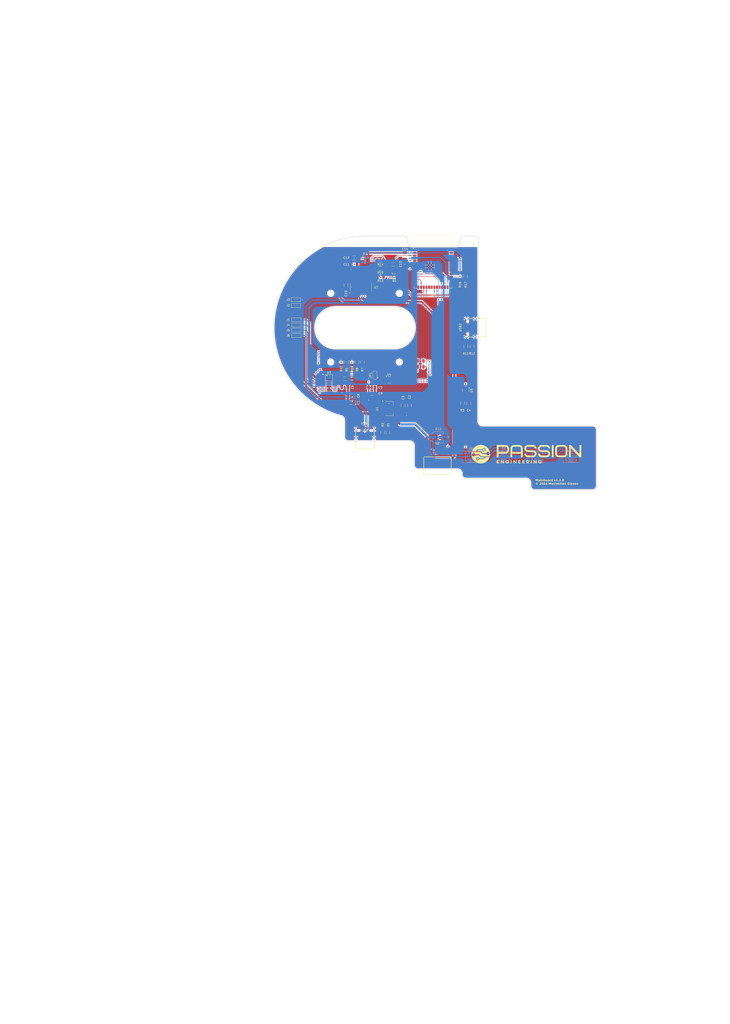
<source format=kicad_pcb>
(kicad_pcb (version 20240108) (generator "pcbnew") (generator_version "8.0")
  (title_block (title "Magic iPad Holder") (date "2024-11-07") (rev "1.1.0") (company "Maximilian Giesen"))
  (layers (0 "F.Cu" signal) (31 "B.Cu" signal) (34 "B.Paste" user) (35 "F.Paste" user) (36 "B.SilkS" user "B.Silkscreen") (37 "F.SilkS" user "F.Silkscreen") (38 "B.Mask" user) (39 "F.Mask" user) (44 "Edge.Cuts" user))
  (net 0 "")
  (net 3 "+3.3V")
  (net 4 "GND")
  (net 5 "+5V")
  (net 6 "Net-(U3-VCP)")
  (net 7 "Net-(U3-CONFIG)")
  (net 8 "/MOTOR_STEP")
  (net 9 "/MOTOR_DIR")
  (net 10 "/MOTOR_EN")
  (net 11 "/PR_Sensor_TX")
  (net 12 "/PR_Sensor_RX")
  (net 13 "/PR_Sensor_OUT")
  (net 14 "/IPAD_PRESENT")
  (net 16 "Net-(D2-DIN)")
  (net 17 "Net-(J1-Pin_1)")
  (net 18 "Net-(D3-DIN)")
  (net 19 "Net-(D4-DIN)")
  (net 20 "Net-(J4-Pin_1)")
  (net 21 "Net-(J5-Pin_1)")
  (net 22 "Net-(J6-Pin_1)")
  (net 23 "Net-(U5-Y)")
  (net 24 "Net-(U3-BISEN)")
  (net 25 "/ESP32_RX")
  (net 26 "/ESP32_TX")
  (net 27 "Net-(U3-AISEN)")
  (net 28 "/D-")
  (net 29 "/D+")
  (net 30 "Net-(U3-ADECAY)")
  (net 33 "Net-(USB2-CC2)")
  (net 34 "Net-(USB2-CC1)")
  (net 35 "/ESP_FLASH")
  (net 36 "Net-(Q1-S1)")
  (net 37 "Net-(Q1-G1)")
  (net 38 "Net-(Q1-G2)")
  (net 39 "Net-(Q1-S2)")
  (net 40 "/ESP_EN")
  (net 41 "Net-(USB1-CC1)")
  (net 42 "Net-(USB1-CC2)")
  (net 43 "/MOTOR_FAULT")
  (net 48 "Net-(D1-DIN)")
  (net 49 "/MOTOR_SLEEP")
  (net 50 "/LED_PIN")
  (net 51 "Net-(U3-BDECAY)")
  (net 52 "/VREF")
  (net 53 "/VREFO")
  (net 54 "Net-(JP1-A)")
  (net 55 "/DAC_SDA")
  (net 56 "/DAC_SCL")
  (footprint "Capacitor_SMD:C_1206_3216Metric" (layer "F.Cu") (at 75.925 113.09)
    (property "Reference" "C9")
    (property "Value" "10uF")
  )
  (footprint "Jumper:SolderJumper-3_P1.3mm_Open_RoundedPad1.0x1.5mm" (layer "F.Cu") (at 77.4 104.35 90)
    (property "Reference" "JP1")
    (property "Value" "SolderJumper_3_Open")
  )
  (footprint "Resistor_SMD:R_1206_3216Metric" (layer "F.Cu") (at 80.04 49.25)
    (property "Reference" "R14")
    (property "Value" "100k")
  )
  (footprint "Resistor_SMD:R_1206_3216Metric" (layer "F.Cu") (at 124.085 90.5309 90)
    (property "Reference" "R12")
    (property "Value" "22k")
  )
  (footprint "Resistor_SMD:R_1206_3216Metric" (layer "F.Cu") (at 66.29 98.0625 -90)
    (property "Reference" "R6")
    (property "Value" "10k")
  )
  (footprint "Capacitor_SMD:C_1206_3216Metric" (layer "F.Cu") (at 86.125 51.05 180)
    (property "Reference" "C13")
    (property "Value" "100nF")
  )
  (footprint "Capacitor_SMD:C_1206_3216Metric" (layer "F.Cu") (at 67.394 48.093)
    (property "Reference" "C12")
    (property "Value" "100pF")
  )
  (footprint "easyeda2kicad:USB-C-SMD_GT-USB-7004B" (layer "F.Cu") (at 123.25 81.55 90)
    (property "Reference" "USB2")
    (property "Value" "GT-USB-7004B")
  )
  (footprint "Capacitor_SMD:C_1206_3216Metric" (layer "F.Cu") (at 63.47 61.135 -90)
    (property "Reference" "C10")
    (property "Value" "100nF")
  )
  (footprint "Capacitor_SMD:C_1206_3216Metric" (layer "F.Cu") (at 65.875 114.25 180)
    (property "Reference" "C8")
    (property "Value" "10nF")
  )
  (footprint "Resistor_SMD:R_1206_3216Metric" (layer "F.Cu") (at 83.65 131.8725 -90)
    (property "Reference" "R1")
    (property "Value" "5,1k")
  )
  (footprint "Capacitor_SMD:C_1206_3216Metric" (layer "F.Cu") (at 62.95 106.05)
    (property "Reference" "C7")
    (property "Value" "2,2uF")
  )
  (footprint "Resistor_SMD:R_1206_3216Metric" (layer "F.Cu") (at 99.2675 100.32 180)
    (property "Reference" "R9")
    (property "Value" "4,7k")
  )
  (footprint "Package_TO_SOT_SMD:SOT-23-6" (layer "F.Cu") (at 84.2625 106.6)
    (property "Reference" "U4")
    (property "Value" "MCP4725xxx-xCH")
  )
  (footprint "Resistor_SMD:R_1206_3216Metric" (layer "F.Cu") (at 61.1692 98.06 -90)
    (property "Reference" "R4")
    (property "Value" "0,4Ω")
  )
  (footprint "TestPoint:TestPoint_Pad_1.5x1.5mm" (layer "F.Cu") (at 39.396 68.0966)
    (property "Reference" "J3")
    (property "Value" "Solder Pad")
  )
  (footprint "Capacitor_SMD:C_1206_3216Metric" (layer "F.Cu") (at 75.905 110.29)
    (property "Reference" "C5")
    (property "Value" "100nF")
  )
  (footprint "Resistor_SMD:R_1206_3216Metric" (layer "F.Cu") (at 118.35 56.8625 -90)
    (property "Reference" "R16")
    (property "Value" "10k")
  )
  (footprint "Resistor_SMD:R_1206_3216Metric" (layer "F.Cu") (at 119.59 117.9125 -90)
    (property "Reference" "R3")
    (property "Value" "62Ω")
  )
  (footprint "Capacitor_SMD:C_1206_3216Metric" (layer "F.Cu") (at 94.05 118.925 90)
    (property "Reference" "C2")
    (property "Value" "22uF")
  )
  (footprint "TestPoint:TestPoint_Pad_1.5x1.5mm" (layer "F.Cu") (at 39.65 82.8)
    (property "Reference" "J5")
    (property "Value" "Solder Pad")
  )
  (footprint "Capacitor_SMD:C_1206_3216Metric" (layer "F.Cu") (at 90.95 118.925 -90)
    (property "Reference" "C3")
    (property "Value" "100nF")
  )
  (footprint "Capacitor_SMD:C_1206_3216Metric" (layer "F.Cu") (at 67.419 51.143)
    (property "Reference" "C11")
    (property "Value" "100pF")
  )
  (footprint "Capacitor_SMD:C_1206_3216Metric" (layer "F.Cu") (at 91.86 47.085 -90)
    (property "Reference" "C14")
    (property "Value" "100nF")
  )
  (footprint "easyeda2kicad:HDR-SMD_5P-P2.54-H-F_X6511FRS-19-C85D30" (layer "F.Cu") (at 107.48 141.1)
    (property "Reference" "U2")
    (property "Value" "HLK-LD2410")
  )
  (footprint "easyeda2kicad:USB-C-SMD_GT-USB-7004B" (layer "F.Cu") (at 72.64 132.15)
    (property "Reference" "USB1")
    (property "Value" "GT-USB-7004B")
  )
  (footprint "easyeda2kicad:HTSSOP-24_L7.8-W4.4-P0.65-BL-EP" (layer "F.Cu") (at 55.3 108.1 -90)
    (property "Reference" "U3")
    (property "Value" "DRV8834PWPR")
  )
  (footprint "Resistor_SMD:R_1206_3216Metric" (layer "F.Cu") (at 81.12 131.8825 -90)
    (property "Reference" "R2")
    (property "Value" "5,1k")
  )
  (footprint "Resistor_SMD:R_1206_3216Metric" (layer "F.Cu") (at 68.79 98.0525 90)
    (property "Reference" "R8")
    (property "Value" "20k")
  )
  (footprint "Resistor_SMD:R_1206_3216Metric" (layer "F.Cu") (at 71.3662 98.0582 90)
    (property "Reference" "R7")
    (property "Value" "20k")
  )
  (footprint "TestPoint:TestPoint_Pad_1.5x1.5mm" (layer "F.Cu") (at 39.4014 70.9074 180)
    (property "Reference" "J2")
    (property "Value" "Solder Pad" (hide yes))
  )
  (footprint "Resistor_SMD:R_1206_3216Metric" (layer "F.Cu") (at 63.7854 98.0707 -90)
    (property "Reference" "R5")
    (property "Value" "0,4Ω")
  )
  (footprint "easyeda2kicad:SOT-363_L2.0-W1.3-P0.65-LS2.1-BR" (layer "F.Cu") (at 86.75 56.75 180)
    (property "Reference" "Q1")
    (property "Value" "BSS138BKS,115")
  )
  (footprint "LOGO" (layer "F.Cu") (at 152.330761 142.2705)
    (property "Reference" "G***" (hide yes))
    (property "Value" "LOGO" (hide yes))
  )
  (footprint "Capacitor_SMD:C_1206_3216Metric" (layer "F.Cu") (at 62.95 110.05)
    (property "Reference" "C6")
    (property "Value" "10nF")
  )
  (footprint "Package_TO_SOT_SMD:SOT-223-3_TabPin2" (layer "F.Cu") (at 84.3 120.4)
    (property "Reference" "U1")
    (property "Value" "AMS1117-3.3")
  )
  (footprint "Capacitor_SMD:C_1206_3216Metric" (layer "F.Cu") (at 122.54 117.925 90)
    (property "Reference" "C4")
    (property "Value" "100nF")
  )
  (footprint "Resistor_SMD:R_1206_3216Metric" (layer "F.Cu") (at 121.1386 90.5162 90)
    (property "Reference" "R11")
    (property "Value" "22k")
  )
  (footprint "Resistor_SMD:R_1206_3216Metric" (layer "F.Cu") (at 80.0521 57.0136)
    (property "Reference" "R13")
    (property "Value" "10k")
  )
  (footprint "Resistor_SMD:R_1206_3216Metric" (layer "F.Cu") (at 121 56.8625 -90)
    (property "Reference" "R17")
    (property "Value" "10k")
  )
  (footprint "TestPoint:TestPoint_Pad_1.5x1.5mm" (layer "F.Cu") (at 39.65 85.3)
    (property "Reference" "J6")
    (property "Value" "Solder Pad")
  )
  (footprint "RF_Module:ESP32-S3-WROOM-1" (layer "F.Cu") (at 105.35 49.61)
    (property "Reference" "U6")
    (property "Value" "ESP32-S3-WROOM-1")
  )
  (footprint "Package_TO_SOT_SMD:SOT-23-5" (layer "F.Cu") (at 121.0218 111.7197 -90)
    (property "Reference" "U5")
    (property "Value" "SN74LV1T34DBV")
  )
  (footprint "TestPoint:TestPoint_Pad_1.5x1.5mm" (layer "F.Cu") (at 39.65 80.3)
    (property "Reference" "J4")
    (property "Value" "Solder Pad")
  )
  (footprint "Package_SO:SOIC-16_3.9x9.9mm_P1.27mm" (layer "F.Cu") (at 70.605 62.125 90)
    (property "Reference" "U7")
    (property "Value" "CH340C")
  )
  (footprint "Resistor_SMD:R_1206_3216Metric" (layer "F.Cu") (at 80.016 53.0766)
    (property "Reference" "R15")
    (property "Value" "10k")
  )
  (footprint "Resistor_SMD:R_1206_3216Metric" (layer "F.Cu") (at 99.2575 97.46 180)
    (property "Reference" "R10")
    (property "Value" "4,7k")
  )
  (footprint "Capacitor_SMD:C_1206_3216Metric" (layer "F.Cu") (at 65.875 117.55)
    (property "Reference" "C1")
    (property "Value" "10uF")
  )
  (footprint "TestPoint:TestPoint_Pad_1.5x1.5mm" (layer "F.Cu") (at 39.65 77.8)
    (property "Reference" "J1")
    (property "Value" "Solder Pad")
  )
  (footprint "Mouser:SOT95P280X100-3N" (layer "B.Cu") (at 72.62 49.1929 180)
    (property "Reference" "U8")
    (property "Value" "MLX90248ESE-EBA-000-RE" (hide yes))
  )
  (footprint "LED_SMD:LED_WS2812B_PLCC4_5.0x5.0mm_P3.2mm" (layer "B.Cu") (at 139.45 143.5 180)
    (property "Reference" "D3")
    (property "Value" "SK6812")
  )
  (footprint "Capacitor_SMD:CP_Elec_5x3" (layer "B.Cu") (at 107.5 134.2)
    (property "Reference" "C15")
    (property "Value" "10uF")
  )
  (footprint "LED_SMD:LED_WS2812B_PLCC4_5.0x5.0mm_P3.2mm" (layer "B.Cu") (at 155.55 143.5 180)
    (property "Reference" "D2")
    (property "Value" "SK6812")
  )
  (footprint "LED_SMD:LED_WS2812B_PLCC4_5.0x5.0mm_P3.2mm" (layer "B.Cu") (at 123.45 143.55 180)
    (property "Reference" "D4")
    (property "Value" "SK6812")
  )
  (footprint "LED_SMD:LED_WS2812B_PLCC4_5.0x5.0mm_P3.2mm" (layer "B.Cu") (at 171.65 143.5 180)
    (property "Reference" "D1")
    (property "Value" "SK6812")
  )
  (gr_arc (start 64.650003 136.05) (mid 63.235788 135.464213) (end 62.65 134.049998) (stroke (width 0.2)) (layer "Edge.Cuts"))
  (gr_line (start 58.65 71.55) (end 86.65 71.55) (stroke (width 0.2)) (layer "Edge.Cuts"))
  (gr_arc (start 61.171739 124.026458) (mid 62.236505 124.739437) (end 62.65 125.95232) (stroke (width 0.2)) (layer "Edge.Cuts"))
  (gr_circle (center 89.15 98.05) (end 90.4 98.05) (stroke (width 0.2)) (fill none) (layer "Edge.Cuts"))
  (gr_arc (start 118.15 39.550148) (mid 118.737564 38.134095) (end 120.155052 37.55) (stroke (width 0.2)) (layer "Edge.Cuts"))
  (gr_line (start 95.150053 42.55) (end 116.15 42.55) (stroke (width 0.2)) (layer "Edge.Cuts"))
  (gr_arc (start 184.15 157.550148) (mid 183.564204 158.964307) (end 182.15 159.55) (stroke (width 0.2)) (layer "Edge.Cuts"))
  (gr_arc (start 95.150053 42.55) (mid 93.735803 41.964198) (end 93.15 40.549948) (stroke (width 0.2)) (layer "Edge.Cuts"))
  (gr_arc (start 94.150053 136.05) (mid 95.56423 136.635771) (end 96.15 138.049948) (stroke (width 0.2)) (layer "Edge.Cuts"))
  (gr_line (start 150.149953 154.05) (end 121.149953 154.05) (stroke (width 0.2)) (layer "Edge.Cuts"))
  (gr_arc (start 121.149953 154.05) (mid 119.735773 153.464228) (end 119.15 152.050048) (stroke (width 0.2)) (layer "Edge.Cuts"))
  (gr_arc (start 154.149953 159.55) (mid 152.735773 158.964228) (end 152.15 157.550048) (stroke (width 0.2)) (layer "Edge.Cuts"))
  (gr_line (start 119.15 152.050048) (end 119.15 151.549948) (stroke (width 0.2)) (layer "Edge.Cuts"))
  (gr_arc (start 58.65 91.55) (mid 48.65 81.55) (end 58.65 71.55) (stroke (width 0.2)) (layer "Edge.Cuts"))
  (gr_line (start 129.149953 128.55) (end 182.149953 128.55) (stroke (width 0.2)) (layer "Edge.Cuts"))
  (gr_arc (start 91.150053 37.55) (mid 92.56423 38.135771) (end 93.15 39.549948) (stroke (width 0.2)) (layer "Edge.Cuts"))
  (gr_arc (start 117.150053 149.55) (mid 118.56423 150.135771) (end 119.15 151.549948) (stroke (width 0.2)) (layer "Edge.Cuts"))
  (gr_line (start 117.150053 149.55) (end 98.150053 149.55) (stroke (width 0.2)) (layer "Edge.Cuts"))
  (gr_circle (center 89.15 65.05) (end 90.4 65.05) (stroke (width 0.2)) (fill none) (layer "Edge.Cuts"))
  (gr_arc (start 125.149953 37.55) (mid 126.564201 38.1358) (end 127.15 39.550048) (stroke (width 0.2)) (layer "Edge.Cuts"))
  (gr_circle (center 56.15 98.05) (end 57.4 98.05) (stroke (width 0.2)) (fill none) (layer "Edge.Cuts"))
  (gr_line (start 182.15 159.55) (end 154.149953 159.55) (stroke (width 0.2)) (layer "Edge.Cuts"))
  (gr_line (start 184.15 130.550048) (end 184.15 157.550148) (stroke (width 0.2)) (layer "Edge.Cuts"))
  (gr_line (start 86.65 91.55) (end 58.65 91.55) (stroke (width 0.2)) (layer "Edge.Cuts"))
  (gr_arc (start 150.149953 154.05) (mid 151.564201 154.6358) (end 152.15 156.050048) (stroke (width 0.2)) (layer "Edge.Cuts"))
  (gr_line (start 127.15 39.550048) (end 127.15 126.550048) (stroke (width 0.2)) (layer "Edge.Cuts"))
  (gr_arc (start 118.15 40.550148) (mid 117.564204 41.964307) (end 116.15 42.55) (stroke (width 0.2)) (layer "Edge.Cuts"))
  (gr_arc (start 182.149953 128.55) (mid 183.564201 129.1358) (end 184.15 130.550048) (stroke (width 0.2)) (layer "Edge.Cuts"))
  (gr_arc (start 129.149953 128.55) (mid 127.735773 127.964228) (end 127.15 126.550048) (stroke (width 0.2)) (layer "Edge.Cuts"))
  (gr_line (start 152.15 157.550048) (end 152.15 156.050048) (stroke (width 0.2)) (layer "Edge.Cuts"))
  (gr_line (start 93.15 39.549948) (end 93.15 40.549948) (stroke (width 0.2)) (layer "Edge.Cuts"))
  (gr_arc (start 61.171739 124.026458) (mid 29.032548 75.760535) (end 72.649999 37.55) (stroke (width 0.2)) (layer "Edge.Cuts"))
  (gr_line (start 94.150053 136.05) (end 64.650003 136.05) (stroke (width 0.2)) (layer "Edge.Cuts"))
  (gr_line (start 118.15 40.550148) (end 118.15 39.550148) (stroke (width 0.2)) (layer "Edge.Cuts"))
  (gr_line (start 96.15 147.549948) (end 96.15 138.049948) (stroke (width 0.2)) (layer "Edge.Cuts"))
  (gr_line (start 62.65 134.049998) (end 62.65 125.95232) (stroke (width 0.2)) (layer "Edge.Cuts"))
  (gr_arc (start 86.65 71.55) (mid 96.65 81.55) (end 86.65 91.55) (stroke (width 0.2)) (layer "Edge.Cuts"))
  (gr_line (start 120.155052 37.55) (end 125.149953 37.55) (stroke (width 0.2)) (layer "Edge.Cuts"))
  (gr_circle (center 56.15 65.05) (end 57.4 65.05) (stroke (width 0.2)) (fill none) (layer "Edge.Cuts"))
  (gr_arc (start 98.150053 149.55) (mid 96.735803 148.964198) (end 96.15 147.549948) (stroke (width 0.2)) (layer "Edge.Cuts"))
  (gr_line (start 72.649999 37.55) (end 91.150053 37.55) (stroke (width 0.2)) (layer "Edge.Cuts"))
  (gr_text "\nMainboard v1.2.0\n© 2024 Maximilian Giesen" (at 154.61 157.12 0) (layer "F.SilkS") (effects (font (size 1 1) (thickness 0.2) (bold yes)) (justify left bottom)))
  (segment (start 75.698 48.276) (end 76.968 47.006) (width 0.2) (layer "F.Cu") (net 3))
  (segment (start 118.35 55.4) (end 121 55.4) (width 0.4572) (layer "F.Cu") (net 3))
  (segment (start 60.839 59.886) (end 60.839 61.2808) (width 0.762) (layer "F.Cu") (net 3))
  (segment (start 77.38 110.29) (end 77.4 110.31) (width 0.762) (layer "F.Cu") (net 3))
  (segment (start 62.613 69.1) (end 71.25 69.1) (width 0.762) (layer "F.Cu") (net 3))
  (segment (start 84.25 107.35) (end 84.05 107.55) (width 0.2) (layer "F.Cu") (net 3))
  (segment (start 105.85 75.05) (end 99.9 69.1) (width 0.762) (layer "F.Cu") (net 3))
  (segment (start 74.44 107.64) (end 76.15 107.64) (width 0.2) (layer "F.Cu") (net 3))
  (segment (start 91.9 45.65) (end 94.1 45.65) (width 0.4572) (layer "F.Cu") (net 3))
  (segment (start 91.82 45.65) (end 62.449 45.65) (width 0.762) (layer "F.Cu") (net 3))
  (segment (start 102.55 120.4) (end 105.85 117.1) (width 0.762) (layer "F.Cu") (net 3))
  (segment (start 96.79 103.68) (end 85.22 103.68) (width 0.2) (layer "F.Cu") (net 3))
  (segment (start 87.5375 120.4875) (end 87.45 120.4) (width 0.4572) (layer "F.Cu") (net 3))
  (segment (start 87.45 120.4) (end 102.55 120.4) (width 0.762) (layer "F.Cu") (net 3))
  (segment (start 76.968 47.006) (end 80.778 47.006) (width 0.2) (layer "F.Cu") (net 3))
  (segment (start 84.05 107.55) (end 83.125 107.55) (width 0.2) (layer "F.Cu") (net 3))
  (segment (start 71.65 48.21) (end 68.986 48.21) (width 0.2) (layer "F.Cu") (net 3))
  (segment (start 68.986 48.21) (end 68.869 48.093) (width 0.4572) (layer "F.Cu") (net 3))
  (segment (start 77.38 108.87) (end 78.7 107.55) (width 0.2) (layer "F.Cu") (net 3))
  (segment (start 96.57 45.65) (end 96.6 45.62) (width 0.4572) (layer "F.Cu") (net 3))
  (segment (start 66.29 99.525) (end 66.29 98.04) (width 0.2) (layer "F.Cu") (net 3))
  (segment (start 85.22 103.68) (end 84.25 104.65) (width 0.2) (layer "F.Cu") (net 3))
  (segment (start 97.805 97.47) (end 97.795 97.46) (width 0.2) (layer "F.Cu") (net 3))
  (segment (start 61.075 59.65) (end 60.839 59.886) (width 0.4572) (layer "F.Cu") (net 3))
  (segment (start 97.805 100.32) (end 97.805 97.47) (width 0.2) (layer "F.Cu") (net 3))
  (segment (start 97.805 102.665) (end 96.79 103.68) (width 0.2) (layer "F.Cu") (net 3))
  (segment (start 81.15 120.4) (end 87.45 120.4) (width 0.762) (layer "F.Cu") (net 3))
  (segment (start 84.25 104.65) (end 84.25 107.35) (width 0.2) (layer "F.Cu") (net 3))
  (segment (start 69.97 67.82) (end 69.97 64.6) (width 0.4572) (layer "F.Cu") (net 3))
  (segment (start 80.778 47.006) (end 81.5025 47.7305) (width 0.2) (layer "F.Cu") (net 3))
  (segment (start 91.86 45.61) (end 91.9 45.65) (width 0.4572) (layer "F.Cu") (net 3))
  (segment (start 97.805 100.32) (end 97.805 102.665) (width 0.2) (layer "F.Cu") (net 3))
  (segment (start 71.25 69.1) (end 69.97 67.82) (width 0.4572) (layer "F.Cu") (net 3))
  (segment (start 76.15 107.64) (end 77.38 108.87) (width 0.2) (layer "F.Cu") (net 3))
  (segment (start 99.9 69.1) (end 71.25 69.1) (width 0.762) (layer "F.Cu") (net 3))
  (segment (start 118.35 53.85) (end 118.35 55.4) (width 0.4572) (layer "F.Cu") (net 3))
  (segment (start 78.7 107.55) (end 83.125 107.55) (width 0.2) (layer "F.Cu") (net 3))
  (segment (start 60.839 47.26) (end 60.839 67.326) (width 0.762) (layer "F.Cu") (net 3))
  (segment (start 105.85 117.1) (end 105.85 75.05) (width 0.762) (layer "F.Cu") (net 3))
  (segment (start 66.16 59.65) (end 61.075 59.65) (width 0.4572) (layer "F.Cu") (net 3))
  (segment (start 62.449 45.65) (end 60.839 47.26) (width 0.762) (layer "F.Cu") (net 3))
  (segment (start 91.86 45.61) (end 91.82 45.65) (width 0.762) (layer "F.Cu") (net 3))
  (segment (start 77.4 118.7) (end 79.1 120.4) (width 0.762) (layer "F.Cu") (net 3))
  (segment (start 60.839 67.326) (end 62.613 69.1) (width 0.762) (layer "F.Cu") (net 3))
  (segment (start 68.849 48.083) (end 68.809 48.123) (width 0.4572) (layer "F.Cu") (net 3))
  (segment (start 81.5025 47.7305) (end 81.5025 49.25) (width 0.2) (layer "F.Cu") (net 3))
  (segment (start 79.1 120.4) (end 81.15 120.4) (width 0.762) (layer "F.Cu") (net 3))
  (segment (start 77.4 110.31) (end 77.4 118.7) (width 0.762) (layer "F.Cu") (net 3))
  (segment (start 77.38 110.29) (end 77.38 108.87) (width 0.2) (layer "F.Cu") (net 3))
  (segment (start 94.1 45.65) (end 96.57 45.65) (width 0.4572) (layer "F.Cu") (net 3))
  (via (at 74.44 107.64) (size 0.6) (drill 0.3) (layers "F.Cu" "B.Cu") (net 3))
  (via (at 118.35 53.85) (size 0.6) (drill 0.3) (layers "F.Cu" "B.Cu") (net 3))
  (via (at 75.698 48.276) (size 0.6) (drill 0.3) (layers "F.Cu" "B.Cu") (net 3))
  (via (at 94.1 45.65) (size 0.6) (drill 0.3) (layers "F.Cu" "B.Cu") (net 3))
  (via (at 66.29 98.04) (size 0.6) (drill 0.3) (layers "F.Cu" "B.Cu") (net 3))
  (via (at 71.65 48.21) (size 0.6) (drill 0.3) (layers "F.Cu" "B.Cu") (net 3))
  (segment (start 71.6804 48.2404) (end 71.65 48.21) (width 0.4572) (layer "B.Cu") (net 3))
  (segment (start 94.1 45.65) (end 74.895 45.65) (width 0.4572) (layer "B.Cu") (net 3))
  (segment (start 68.01 107.64) (end 66.29 105.92) (width 0.2) (layer "B.Cu") (net 3))
  (segment (start 118.34 48.04) (end 115.95 45.65) (width 0.4572) (layer "B.Cu") (net 3))
  (segment (start 74.895 45.65) (end 73.9 46.645) (width 0.4572) (layer "B.Cu") (net 3))
  (segment (start 115.95 45.65) (end 94.1 45.65) (width 0.4572) (layer "B.Cu") (net 3))
  (segment (start 74.44 107.64) (end 68.01 107.64) (width 0.2) (layer "B.Cu") (net 3))
  (segment (start 118.34 53.84) (end 118.34 48.04) (width 0.4572) (layer "B.Cu") (net 3))
  (segment (start 73.9 48.2404) (end 71.6804 48.2404) (width 0.2) (layer "B.Cu") (net 3))
  (segment (start 66.29 105.92) (end 66.29 98.04) (width 0.2) (layer "B.Cu") (net 3))
  (segment (start 75.698 48.276) (end 73.9356 48.276) (width 0.2) (layer "B.Cu") (net 3))
  (segment (start 73.9356 48.276) (end 73.9 48.2404) (width 0.2) (layer "B.Cu") (net 3))
  (segment (start 118.35 53.85) (end 118.34 53.84) (width 0.4572) (layer "B.Cu") (net 3))
  (segment (start 73.9 46.645) (end 73.9 48.2404) (width 0.4572) (layer "B.Cu") (net 3))
  (segment (start 104.93 140.7) (end 104.93 141.1) (width 0.2) (layer "F.Cu") (net 4))
  (segment (start 56.3 107.1) (end 55.8 107.1) (width 0.2) (layer "F.Cu") (net 4))
  (segment (start 120.87 84.75) (end 120.87 85.3) (width 0.5334) (layer "F.Cu") (net 4))
  (segment (start 56.93 106.47) (end 56.3 107.1) (width 0.2) (layer "F.Cu") (net 4))
  (segment (start 120.87 85.3) (end 121.44 85.87) (width 0.5334) (layer "F.Cu") (net 4))
  (segment (start 64.01 64.6) (end 66.16 64.6) (width 0.2) (layer "F.Cu") (net 4))
  (segment (start 63.47 64.06) (end 64.01 64.6) (width 0.2) (layer "F.Cu") (net 4))
  (segment (start 58.17 106.47) (end 56.93 106.47) (width 0.2) (layer "F.Cu") (net 4))
  (segment (start 120.87 77.8) (end 121.44 77.23) (width 0.5334) (layer "F.Cu") (net 4))
  (segment (start 64.4106 106.0356) (end 64.425 106.05) (width 0.2) (layer "F.Cu") (net 4))
  (segment (start 75.84 129.77) (end 76.39 129.77) (width 0.5334) (layer "F.Cu") (net 4))
  (segment (start 63.47 62.61) (end 63.47 64.06) (width 0.2) (layer "F.Cu") (net 4))
  (segment (start 68.89 129.77) (end 68.32 130.34) (width 0.5334) (layer "F.Cu") (net 4))
  (segment (start 55.5744 106.47) (end 55.3 106.7444) (width 0.2) (layer "F.Cu") (net 4))
  (segment (start 76.39 129.77) (end 76.96 130.34) (width 0.5334) (layer "F.Cu") (net 4))
  (segment (start 120.87 78.35) (end 120.87 77.8) (width 0.5334) (layer "F.Cu") (net 4))
  (segment (start 69.44 129.77) (end 68.89 129.77) (width 0.5334) (layer "F.Cu") (net 4))
  (via (at 65.95 53.45) (size 0.6) (drill 0.3) (layers "F.Cu" "B.Cu") (net 4))
  (via (at 74.38 116.25) (size 0.6) (drill 0.3) (layers "F.Cu" "B.Cu") (net 4))
  (via (at 112.274 44.339) (size 0.6) (drill 0.3) (layers "F.Cu" "B.Cu") (net 4))
  (via (at 71.3038 50.308) (size 0.6) (drill 0.3) (layers "F.Cu" "B.Cu") (net 4))
  (via (at 42.55 68.1) (size 0.6) (drill 0.3) (layers "F.Cu" "B.Cu") (net 4))
  (via (at 91.85 51.05) (size 0.6) (drill 0.3) (layers "F.Cu" "B.Cu") (net 4))
  (via (at 139.452 143.526) (size 0.6) (drill 0.3) (layers "F.Cu" "B.Cu") (net 4))
  (via (at 155.581 143.526) (size 0.6) (drill 0.3) (layers "F.Cu" "B.Cu") (net 4))
  (via (at 92.65 123.75) (size 0.6) (drill 0.3) (layers "F.Cu" "B.Cu") (net 4))
  (via (at 74.42 105.71) (size 0.6) (drill 0.3) (layers "F.Cu" "B.Cu") (net 4))
  (via (at 84.1 118) (size 0.6) (drill 0.3) (layers "F.Cu" "B.Cu") (net 4))
  (via (at 67.443 48.149) (size 0.6) (drill 0.3) (layers "F.Cu" "B.Cu") (net 4))
  (via (at 112.65 134.15) (size 0.6) (drill 0.3) (layers "F.Cu" "B.Cu") (net 4))
  (via (at 98.431 44.339) (size 0.6) (drill 0.3) (layers "F.Cu" "B.Cu") (net 4))
  (via (at 66.1476 62.0682) (size 0.6) (drill 0.3) (layers "F.Cu" "B.Cu") (net 4))
  (via (at 61.5 112.75) (size 0.6) (drill 0.3) (layers "F.Cu" "B.Cu") (net 4))
  (via (at 63.79 98.07) (size 0.6) (drill 0.3) (layers "F.Cu" "B.Cu") (net 4))
  (via (at 171.71 143.526) (size 0.6) (drill 0.3) (layers "F.Cu" "B.Cu") (net 4))
  (segment (start 115.576 80.274) (end 115.576 121.0724) (width 1.016) (layer "F.Cu") (net 5))
  (segment (start 70.24 127.2724) (end 70.24 129.77) (width 0.5334) (layer "F.Cu") (net 5))
  (segment (start 70.2624 123.7124) (end 69.25 122.7) (width 1.016) (layer "F.Cu") (net 5))
  (segment (start 122.54 117.32) (end 122.54 116.45) (width 0.5334) (layer "F.Cu") (net 5))
  (segment (start 74.4 122.7) (end 73.95 122.7) (width 1.016) (layer "F.Cu") (net 5))
  (segment (start 38.36 88.1032) (end 39.4268 89.17) (width 0.762) (layer "F.Cu") (net 5))
  (segment (start 115.576 85.724) (end 117.35 83.95) (width 1.016) (layer "F.Cu") (net 5))
  (segment (start 113.798 145.05) (end 106.35 145.05) (width 1.016) (layer "F.Cu") (net 5))
  (segment (start 120.87 83.95) (end 118.1 83.95) (width 0.5334) (layer "F.Cu") (net 5))
  (segment (start 70.26 129.75) (end 70.24 129.77) (width 0.4572) (layer "F.Cu") (net 5))
  (segment (start 75.0376 123.7876) (end 73.95 122.7) (width 1.016) (layer "F.Cu") (net 5))
  (segment (start 102.4 141.1) (end 102.4 133.652) (width 1.016) (layer "F.Cu") (net 5))
  (segment (start 70.2624 127.25) (end 70.24 127.2724) (width 0.5334) (layer "F.Cu") (net 5))
  (segment (start 38.2584 74.7682) (end 34.7024 74.7682) (width 0.762) (layer "F.Cu") (net 5))
  (segment (start 64.45 117.59) (end 64.45 110.355) (width 0.762) (layer "F.Cu") (net 5))
  (segment (start 75.04 127.2524) (end 75.0376 127.25) (width 0.2) (layer "F.Cu") (net 5))
  (segment (start 117.675 91.975) (end 115.576 94.074) (width 0.508) (layer "F.Cu") (net 5))
  (segment (start 121.9718 112.8572) (end 121.9718 115.9318) (width 0.2) (layer "F.Cu") (net 5))
  (segment (start 84.25 122.7) (end 81.15 122.7) (width 1.016) (layer "F.Cu") (net 5))
  (segment (start 96.75 128.002) (end 99.579 130.831) (width 1.016) (layer "F.Cu") (net 5))
  (segment (start 96.748 128.002) (end 96.75 128.002) (width 1.016) (layer "F.Cu") (net 5))
  (segment (start 89.552 128.002) (end 84.25 122.7) (width 1.016) (layer "F.Cu") (net 5))
  (segment (start 121.93 117.93) (end 122.54 117.32) (width 0.5334) (layer "F.Cu") (net 5))
  (segment (start 70.2624 123.8376) (end 70.2624 127.25) (width 1.016) (layer "F.Cu") (net 5))
  (segment (start 52.47 117.59) (end 64.45 117.59) (width 0.762) (layer "F.Cu") (net 5))
  (segment (start 115.576 121.0724) (end 115.576 119.974) (width 0.5334) (layer "F.Cu") (net 5))
  (segment (start 115.576 143.272) (end 113.798 145.05) (width 1.016) (layer "F.Cu") (net 5))
  (segment (start 75.0376 123.7876) (end 76.1252 122.7) (width 1.016) (layer "F.Cu") (net 5))
  (segment (start 64.425 110.05) (end 64.525 110.15) (width 0.4572) (layer "F.Cu") (net 5))
  (segment (start 39.4014 73.6252) (end 38.2584 74.7682) (width 0.762) (layer "F.Cu") (net 5))
  (segment (start 115.576 119.974) (end 117.62 117.93) (width 0.5334) (layer "F.Cu") (net 5))
  (segment (start 71.4 122.7) (end 70.2624 123.8376) (width 1.016) (layer "F.Cu") (net 5))
  (segment (start 74.4 122.7) (end 71.4 122.7) (width 1.016) (layer "F.Cu") (net 5))
  (segment (start 102.39 133.642) (end 99.579 130.831) (width 1.016) (layer "F.Cu") (net 5))
  (segment (start 58.18 107.77) (end 58.17 107.78) (width 0.3556) (layer "F.Cu") (net 5))
  (segment (start 103.89 145.08) (end 106.32 145.08) (width 1.016) (layer "F.Cu") (net 5))
  (segment (start 120.87 79.15) (end 118.25 79.15) (width 0.5334) (layer "F.Cu") (net 5))
  (segment (start 102.4 143.59) (end 103.89 145.08) (width 1.016) (layer "F.Cu") (net 5))
  (segment (start 34.7024 74.7682) (end 33.3308 76.1398) (width 0.762) (layer "F.Cu") (net 5))
  (segment (start 96.748 128.002) (end 89.552 128.002) (width 1.016) (layer "F.Cu") (net 5))
  (segment (start 69.25 122.7) (end 65.8 122.7) (width 1.016) (layer "F.Cu") (net 5))
  (segment (start 62.805 108.43) (end 64.425 110.05) (width 0.2) (layer "F.Cu") (net 5))
  (segment (start 64.4 121.3) (end 64.4 114.25) (width 1.016) (layer "F.Cu") (net 5))
  (segment (start 58.17 108.43) (end 62.805 108.43) (width 0.3556) (layer "F.Cu") (net 5))
  (segment (start 70.2624 123.8376) (end 70.2624 123.7124) (width 1.016) (layer "F.Cu") (net 5))
  (segment (start 73.95 122.7) (end 69.25 122.7) (width 1.016) (layer "F.Cu") (net 5))
  (segment (start 62.145 107.77) (end 58.18 107.77) (width 0.3556) (layer "F.Cu") (net 5))
  (segment (start 102.4 141.1) (end 102.4 143.59) (width 1.016) (layer "F.Cu") (net 5))
  (segment (start 118.25 79.15) (end 116.7 79.15) (width 1.016) (layer "F.Cu") (net 5))
  (segment (start 39.4014 70.9074) (end 39.4014 73.6252) (width 0.762) (layer "F.Cu") (net 5))
  (segment (start 75.0376 127.25) (end 75.0376 123.7876) (width 1.016) (layer "F.Cu") (net 5))
  (segment (start 76.1252 122.7) (end 81.15 122.7) (width 1.016) (layer "F.Cu") (net 5))
  (segment (start 124.0666 91.975) (end 117.675 91.975) (width 0.508) (layer "F.Cu") (net 5))
  (segment (start 81.15 122.7) (end 74.4 122.7) (width 1.016) (layer "F.Cu") (net 5))
  (segment (start 33.3308 86.7824) (end 34.6516 88.1032) (width 0.762) (layer "F.Cu") (net 5))
  (segment (start 64.45 110.355) (end 64.59 110.215) (width 0.762) (layer "F.Cu") (net 5))
  (segment (start 106.32 145.08) (end 106.35 145.05) (width 1.016) (layer "F.Cu") (net 5))
  (segment (start 124.085 91.9934) (end 124.0666 91.975) (width 0.508) (layer "F.Cu") (net 5))
  (segment (start 39.4268 89.17) (end 39.4268 104.5468) (width 0.762) (layer "F.Cu") (net 5))
  (segment (start 116.7 79.15) (end 115.576 80.274) (width 1.016) (layer "F.Cu") (net 5))
  (segment (start 64.425 110.05) (end 62.145 107.77) (width 0.3556) (layer "F.Cu") (net 5))
  (segment (start 65.8 122.7) (end 64.4 121.3) (width 1.016) (layer "F.Cu") (net 5))
  (segment (start 115.576 121.0724) (end 115.576 143.272) (width 1.016) (layer "F.Cu") (net 5))
  (segment (start 102.4 133.652) (end 102.39 133.642) (width 0.2) (layer "F.Cu") (net 5))
  (segment (start 117.62 117.93) (end 121.93 117.93) (width 0.5334) (layer "F.Cu") (net 5))
  (segment (start 121.9718 115.9318) (end 122.54 116.5) (width 0.2) (layer "F.Cu") (net 5))
  (segment (start 64.59 110.215) (end 64.525 110.15) (width 0.762) (layer "F.Cu") (net 5))
  (segment (start 33.3308 76.1398) (end 33.3308 86.7824) (width 0.762) (layer "F.Cu") (net 5))
  (segment (start 117.35 83.95) (end 118.1 83.95) (width 1.016) (layer "F.Cu") (net 5))
  (segment (start 34.6516 88.1032) (end 38.36 88.1032) (width 0.762) (layer "F.Cu") (net 5))
  (segment (start 75.04 129.77) (end 75.04 127.2524) (width 0.5334) (layer "F.Cu") (net 5))
  (segment (start 39.4268 104.5468) (end 52.47 117.59) (width 0.762) (layer "F.Cu") (net 5))
  (via (at 96.748 128.002) (size 0.6) (drill 0.3) (layers "F.Cu" "B.Cu") (net 5))
  (via (at 99.579 130.831) (size 0.6) (drill 0.3) (layers "F.Cu" "B.Cu") (net 5))
  (via (at 102.315 133.565) (size 0.6) (drill 0.3) (layers "F.Cu" "B.Cu") (net 5))
  (via (at 89.552 128.002) (size 0.6) (drill 0.3) (layers "F.Cu" "B.Cu") (net 5))
  (segment (start 148.46 141.85) (end 151.03 139.28) (width 0.762) (layer "B.Cu") (net 5))
  (segment (start 96.748 128.002) (end 96.746 128) (width 1.016) (layer "B.Cu") (net 5))
  (segment (start 96.752 128.002) (end 96.748 128.002) (width 1.016) (layer "B.Cu") (net 5))
  (segment (start 164.53 141.85) (end 167.11 139.27) (width 0.762) (layer "B.Cu") (net 5))
  (segment (start 134.77 139.24) (end 139.29 139.24) (width 0.762) (layer "B.Cu") (net 5))
  (segment (start 155.43 139.28) (end 158 141.85) (width 0.762) (layer "B.Cu") (net 5))
  (segment (start 102.95 134.2) (end 102.315 133.565) (width 1.016) (layer "B.Cu") (net 5))
  (segment (start 105.3 134.2) (end 102.95 134.2) (width 1.016) (layer "B.Cu") (net 5))
  (segment (start 132.11 141.9) (end 134.77 139.24) (width 0.762) (layer "B.Cu") (net 5))
  (segment (start 105.3 134.2) (end 105.3 141.95) (width 0.762) (layer "B.Cu") (net 5))
  (segment (start 106.775 143.425) (end 122.7 143.425) (width 0.762) (layer "B.Cu") (net 5))
  (segment (start 139.29 139.24) (end 141.9 141.85) (width 0.762) (layer "B.Cu") (net 5))
  (segment (start 171.52 139.27) (end 174.1 141.85) (width 0.762) (layer "B.Cu") (net 5))
  (segment (start 122.7 143.425) (end 124.225 141.9) (width 0.762) (layer "B.Cu") (net 5))
  (segment (start 105.3 141.95) (end 106.775 143.425) (width 0.762) (layer "B.Cu") (net 5))
  (segment (start 124.225 141.9) (end 125.9 141.9) (width 0.762) (layer "B.Cu") (net 5))
  (segment (start 125.9 141.9) (end 132.11 141.9) (width 0.762) (layer "B.Cu") (net 5))
  (segment (start 96.746 128) (end 89.554 128) (width 1.016) (layer "B.Cu") (net 5))
  (segment (start 167.11 139.27) (end 171.52 139.27) (width 0.762) (layer "B.Cu") (net 5))
  (segment (start 158 141.85) (end 164.53 141.85) (width 0.762) (layer "B.Cu") (net 5))
  (segment (start 151.03 139.28) (end 155.43 139.28) (width 0.762) (layer "B.Cu") (net 5))
  (segment (start 89.554 128) (end 89.552 128.002) (width 1.016) (layer "B.Cu") (net 5))
  (segment (start 141.9 141.85) (end 148.46 141.85) (width 0.762) (layer "B.Cu") (net 5))
  (segment (start 102.315 133.565) (end 96.752 128.002) (width 1.016) (layer "B.Cu") (net 5))
  (segment (start 61.475 110.05) (end 60.525 109.1) (width 0.2) (layer "F.Cu") (net 6))
  (segment (start 60.525 109.1) (end 58.19 109.1) (width 0.2) (layer "F.Cu") (net 6))
  (segment (start 58.19 109.1) (end 58.17 109.08) (width 0.2) (layer "F.Cu") (net 6))
  (segment (start 58.17 111.03) (end 57.08 111.03) (width 0.2) (layer "F.Cu") (net 7))
  (segment (start 58.17 110.38) (end 58.17 111.03) (width 0.2) (layer "F.Cu") (net 7))
  (segment (start 61.475 106.55) (end 61.475 106.05) (width 0.2) (layer "F.Cu") (net 7))
  (segment (start 56.7 107.55) (end 57.13 107.12) (width 0.2) (layer "F.Cu") (net 7))
  (segment (start 60.48 106.05) (end 59.41 107.12) (width 0.2) (layer "F.Cu") (net 7))
  (segment (start 57.08 111.03) (end 56.7 110.65) (width 0.2) (layer "F.Cu") (net 7))
  (segment (start 56.7 110.65) (end 56.7 107.55) (width 0.2) (layer "F.Cu") (net 7))
  (segment (start 59.41 107.12) (end 58.17 107.12) (width 0.2) (layer "F.Cu") (net 7))
  (segment (start 57.13 107.12) (end 58.17 107.12) (width 0.2) (layer "F.Cu") (net 7))
  (segment (start 61.475 106.05) (end 60.48 106.05) (width 0.2) (layer "F.Cu") (net 7))
  (segment (start 52.43 111.03) (end 50.87 111.03) (width 0.2) (layer "F.Cu") (net 8))
  (segment (start 100.905 64.05) (end 100.905 62.11) (width 0.2) (layer "F.Cu") (net 8))
  (segment (start 50.87 111.03) (end 50.85 111.05) (width 0.2) (layer "F.Cu") (net 8))
  (via (at 100.905 64.05) (size 0.6) (drill 0.3) (layers "F.Cu" "B.Cu") (net 8))
  (via (at 50.85 111.05) (size 0.6) (drill 0.3) (layers "F.Cu" "B.Cu") (net 8))
  (segment (start 100.9 109.22) (end 99.07 111.05) (width 0.2) (layer "B.Cu") (net 8))
  (segment (start 99.07 111.05) (end 50.85 111.05) (width 0.2) (layer "B.Cu") (net 8))
  (segment (start 100.9 64.055) (end 100.9 109.22) (width 0.2) (layer "B.Cu") (net 8))
  (segment (start 100.905 64.05) (end 100.9 64.055) (width 0.2) (layer "B.Cu") (net 8))
  (segment (start 102.175 64.025) (end 102.2 64.05) (width 0.2) (layer "F.Cu") (net 9))
  (segment (start 50.18 111.68) (end 52.43 111.68) (width 0.2) (layer "F.Cu") (net 9))
  (segment (start 102.175 62.11) (end 102.175 64.025) (width 0.2) (layer "F.Cu") (net 9))
  (via (at 102.2 64.05) (size 0.6) (drill 0.3) (layers "F.Cu" "B.Cu") (net 9))
  (via (at 50.18 111.68) (size 0.6) (drill 0.3) (layers "F.Cu" "B.Cu") (net 9))
  (segment (start 102.2 109.72) (end 102.2 64.05) (width 0.2) (layer "B.Cu") (net 9))
  (segment (start 100.27 111.65) (end 102.2 109.72) (width 0.2) (layer "B.Cu") (net 9))
  (segment (start 50.21 111.65) (end 100.27 111.65) (width 0.2) (layer "B.Cu") (net 9))
  (segment (start 50.18 111.68) (end 50.21 111.65) (width 0.2) (layer "B.Cu") (net 9))
  (segment (start 96.6 58.32) (end 98.92 58.32) (width 0.2) (layer "F.Cu") (net 10))
  (segment (start 52.43 110.38) (end 50.17 110.38) (width 0.2) (layer "F.Cu") (net 10))
  (segment (start 99.65 59.05) (end 99.65 60.25) (width 0.2) (layer "F.Cu") (net 10))
  (segment (start 50.17 110.38) (end 50.15 110.4) (width 0.2) (layer "F.Cu") (net 10))
  (segment (start 98.92 58.32) (end 99.65 59.05) (width 0.2) (layer "F.Cu") (net 10))
  (via (at 99.65 60.25) (size 0.6) (drill 0.3) (layers "F.Cu" "B.Cu") (net 10))
  (via (at 50.15 110.4) (size 0.6) (drill 0.3) (layers "F.Cu" "B.Cu") (net 10))
  (segment (start 99.65 108.8) (end 98.05 110.4) (width 0.2) (layer "B.Cu") (net 10))
  (segment (start 98.05 110.4) (end 50.15 110.4) (width 0.2) (layer "B.Cu") (net 10))
  (segment (start 99.65 60.25) (end 99.65 108.8) (width 0.2) (layer "B.Cu") (net 10))
  (segment (start 109.3276 68.03) (end 109.3276 137.5976) (width 0.2) (layer "F.Cu") (net 11))
  (segment (start 110 141.09) (end 110.01 141.1) (width 0.2) (layer "F.Cu") (net 11))
  (segment (start 109.3784 60.2902) (end 109.3784 59.3504) (width 0.2) (layer "F.Cu") (net 11))
  (segment (start 96.55 57) (end 96.6 57.05) (width 0.2) (layer "F.Cu") (net 11))
  (segment (start 107.078 57.05) (end 96.6 57.05) (width 0.2) (layer "F.Cu") (net 11))
  (segment (start 109.3276 137.5976) (end 110 138.27) (width 0.2) (layer "F.Cu") (net 11))
  (segment (start 109.3784 59.3504) (end 107.078 57.05) (width 0.2) (layer "F.Cu") (net 11))
  (segment (start 110 138.27) (end 110 141.09) (width 0.2) (layer "F.Cu") (net 11))
  (via (at 109.3276 68.03) (size 0.6) (drill 0.3) (layers "F.Cu" "B.Cu") (net 11))
  (via (at 109.3784 60.2902) (size 0.6) (drill 0.3) (layers "F.Cu" "B.Cu") (net 11))
  (segment (start 109.353 68.0046) (end 109.353 60.3156) (width 0.2) (layer "B.Cu") (net 11))
  (segment (start 109.3276 68.03) (end 109.353 68.0046) (width 0.2) (layer "B.Cu") (net 11))
  (segment (start 109.353 60.3156) (end 109.3784 60.2902) (width 0.2) (layer "B.Cu") (net 11))
  (segment (start 107.47 138.31) (end 107.47 140.7) (width 0.2) (layer "F.Cu") (net 12))
  (segment (start 108.083 137.697) (end 107.47 138.31) (width 0.2) (layer "F.Cu") (net 12))
  (segment (start 108.083 68.05) (end 108.083 137.697) (width 0.2) (layer "F.Cu") (net 12))
  (segment (start 99.62 55.78) (end 96.6 55.78) (width 0.2) (layer "F.Cu") (net 12))
  (segment (start 99.65 55.75) (end 99.62 55.78) (width 0.2) (layer "F.Cu") (net 12))
  (via (at 99.65 55.75) (size 0.6) (drill 0.3) (layers "F.Cu" "B.Cu") (net 12))
  (via (at 108.083 68.05) (size 0.6) (drill 0.3) (layers "F.Cu" "B.Cu") (net 12))
  (segment (start 108.083 59.033) (end 108.083 68.05) (width 0.2) (layer "B.Cu") (net 12))
  (segment (start 104.8 55.75) (end 108.083 59.033) (width 0.2) (layer "B.Cu") (net 12))
  (segment (start 99.65 55.75) (end 104.8 55.75) (width 0.2) (layer "B.Cu") (net 12))
  (segment (start 112.528 138.45) (end 112.528 141.078) (width 0.2) (layer "F.Cu") (net 13))
  (segment (start 94.1 49.4) (end 96.57 49.4) (width 0.2) (layer "F.Cu") (net 13))
  (segment (start 96.57 49.4) (end 96.6 49.43) (width 0.2) (layer "F.Cu") (net 13))
  (via (at 94.1 49.4) (size 0.6) (drill 0.3) (layers "F.Cu" "B.Cu") (net 13))
  (via (at 112.528 138.45) (size 0.6) (drill 0.3) (layers "F.Cu" "B.Cu") (net 13))
  (segment (start 110.496 55.011686) (end 110.496 50.866) (width 0.2) (layer "B.Cu") (net 13))
  (segment (start 114.11 136.868) (end 114.11 130.97) (width 0.2) (layer "B.Cu") (net 13))
  (segment (start 114.11 130.97) (end 111.5 128.36) (width 0.2) (layer "B.Cu") (net 13))
  (segment (start 111.5 56.015686) (end 110.496 55.011686) (width 0.2) (layer "B.Cu") (net 13))
  (segment (start 99.38 49.4) (end 94.1 49.4) (width 0.2) (layer "B.Cu") (net 13))
  (segment (start 108.37 48.74) (end 100.04 48.74) (width 0.2) (layer "B.Cu") (net 13))
  (segment (start 112.528 138.45) (end 114.11 136.868) (width 0.2) (layer "B.Cu") (net 13))
  (segment (start 111.5 128.36) (end 111.5 56.015686) (width 0.2) (layer "B.Cu") (net 13))
  (segment (start 110.496 50.866) (end 108.37 48.74) (width 0.2) (layer "B.Cu") (net 13))
  (segment (start 100.04 48.74) (end 99.38 49.4) (width 0.2) (layer "B.Cu") (net 13))
  (segment (start 94.16 48.16) (end 94.15 48.15) (width 0.2) (layer "F.Cu") (net 14))
  (segment (start 96.6 48.16) (end 94.16 48.16) (width 0.2) (layer "F.Cu") (net 14))
  (segment (start 78.485 49.25) (end 75.68 49.25) (width 0.2) (layer "F.Cu") (net 14))
  (segment (start 67.443 51.143) (end 68.894 51.143) (width 0.2) (layer "F.Cu") (net 14))
  (segment (start 96.59 48.15) (end 96.6 48.16) (width 0.2) (layer "F.Cu") (net 14))
  (via (at 75.68 49.25) (size 0.6) (drill 0.3) (layers "F.Cu" "B.Cu") (net 14))
  (via (at 94.15 48.15) (size 0.6) (drill 0.3) (layers "F.Cu" "B.Cu") (net 14))
  (via (at 67.443 51.143) (size 0.6) (drill 0.3) (layers "F.Cu" "B.Cu") (net 14))
  (segment (start 76.65 49.9) (end 76.65 48.5) (width 0.2) (layer "B.Cu") (net 14))
  (segment (start 76.4096 50.1404) (end 76.65 49.9) (width 0.2) (layer "B.Cu") (net 14))
  (segment (start 73.9 50.1404) (end 76.4096 50.1404) (width 0.2) (layer "B.Cu") (net 14))
  (segment (start 73.6946 51.143) (end 73.9 50.9376) (width 0.2) (layer "B.Cu") (net 14))
  (segment (start 67.443 51.143) (end 73.6946 51.143) (width 0.2) (layer "B.Cu") (net 14))
  (segment (start 73.9 50.9376) (end 73.9 50.1404) (width 0.2) (layer "B.Cu") (net 14))
  (segment (start 74.27 49.25) (end 73.9 49.62) (width 0.2) (layer "B.Cu") (net 14))
  (segment (start 76.65 48.5) (end 77 48.15) (width 0.2) (layer "B.Cu") (net 14))
  (segment (start 73.9 49.62) (end 73.9 50.1404) (width 0.2) (layer "B.Cu") (net 14))
  (segment (start 75.68 49.25) (end 74.27 49.25) (width 0.2) (layer "B.Cu") (net 14))
  (segment (start 77 48.15) (end 94.15 48.15) (width 0.2) (layer "B.Cu") (net 14))
  (segment (start 147.93 145.15) (end 151.23 141.85) (width 0.2) (layer "B.Cu") (net 16))
  (segment (start 141.9 145.15) (end 147.93 145.15) (width 0.2) (layer "B.Cu") (net 16))
  (segment (start 151.23 141.85) (end 153.1 141.85) (width 0.2) (layer "B.Cu") (net 16))
  (segment (start 46.1644 79.3144) (end 46.1644 104.350504) (width 0.3048) (layer "F.Cu") (net 17))
  (segment (start 39.65 77.8) (end 44.65 77.8) (width 0.3048) (layer "F.Cu") (net 17))
  (segment (start 44.65 77.8) (end 46.1644 79.3144) (width 0.3048) (layer "F.Cu") (net 17))
  (segment (start 46.1644 104.350504) (end 48.283896 106.47) (width 0.3048) (layer "F.Cu") (net 17))
  (segment (start 48.283896 106.47) (end 52.43 106.47) (width 0.3048) (layer "F.Cu") (net 17))
  (segment (start 135.07 141.86) (end 136.99 141.86) (width 0.2) (layer "B.Cu") (net 18))
  (segment (start 131.73 145.2) (end 135.07 141.86) (width 0.2) (layer "B.Cu") (net 18))
  (segment (start 125.9 145.2) (end 131.73 145.2) (width 0.2) (layer "B.Cu") (net 18))
  (segment (start 136.99 141.86) (end 137 141.85) (width 0.2) (layer "B.Cu") (net 18))
  (segment (start 119.59 122.58) (end 121.0116 124.0016) (width 0.2) (layer "F.Cu") (net 19))
  (segment (start 121.0116 124.0016) (end 121.0116 138.8016) (width 0.2) (layer "F.Cu") (net 19))
  (segment (start 121.0116 138.8016) (end 121 138.8132) (width 0.2) (layer "F.Cu") (net 19))
  (segment (start 119.59 119.44) (end 119.59 122.58) (width 0.2) (layer "F.Cu") (net 19))
  (via (at 121 138.8132) (size 0.6) (drill 0.3) (layers "F.Cu" "B.Cu") (net 19))
  (segment (start 121 138.8132) (end 121 141.9) (width 0.2) (layer "B.Cu") (net 19))
  (segment (start 44.65 80.3) (end 45.6596 81.3096) (width 0.3048) (layer "F.Cu") (net 20))
  (segment (start 48.38 107.78) (end 52.43 107.78) (width 0.3048) (layer "F.Cu") (net 20))
  (segment (start 45.6596 81.3096) (end 45.6596 105.0596) (width 0.3048) (layer "F.Cu") (net 20))
  (segment (start 39.65 80.3) (end 44.65 80.3) (width 0.3048) (layer "F.Cu") (net 20))
  (segment (start 45.6596 105.0596) (end 48.38 107.78) (width 0.3048) (layer "F.Cu") (net 20))
  (segment (start 39.65 82.8) (end 44.15 82.8) (width 0.3048) (layer "F.Cu") (net 21))
  (segment (start 45.1548 83.8048) (end 45.1548 105.5548) (width 0.3048) (layer "F.Cu") (net 21))
  (segment (start 44.15 82.8) (end 45.1548 83.8048) (width 0.3048) (layer "F.Cu") (net 21))
  (segment (start 48.03 108.43) (end 52.43 108.43) (width 0.3048) (layer "F.Cu") (net 21))
  (segment (start 45.1548 105.5548) (end 48.03 108.43) (width 0.3048) (layer "F.Cu") (net 21))
  (segment (start 43.65 85.3) (end 44.65 86.3) (width 0.3048) (layer "F.Cu") (net 22))
  (segment (start 39.65 85.3) (end 43.65 85.3) (width 0.3048) (layer "F.Cu") (net 22))
  (segment (start 44.65 86.3) (end 44.65 106.55) (width 0.3048) (layer "F.Cu") (net 22))
  (segment (start 44.65 106.55) (end 47.83 109.73) (width 0.3048) (layer "F.Cu") (net 22))
  (segment (start 47.83 109.73) (end 52.43 109.73) (width 0.3048) (layer "F.Cu") (net 22))
  (segment (start 120.0718 112.8572) (end 120.0718 116.0332) (width 0.2) (layer "F.Cu") (net 23))
  (segment (start 120.0718 116.0332) (end 119.59 116.515) (width 0.2) (layer "F.Cu") (net 23))
  (segment (start 53.81 109.33) (end 53.56 109.08) (width 0.2) (layer "F.Cu") (net 24))
  (segment (start 61.1438 96.6229) (end 61.1692 96.5975) (width 0.2) (layer "F.Cu") (net 24))
  (segment (start 53.25 112.48) (end 53.81 111.92) (width 0.2) (layer "F.Cu") (net 24))
  (segment (start 61.1438 98.03) (end 61.1438 96.6229) (width 0.2) (layer "F.Cu") (net 24))
  (segment (start 53.56 109.08) (end 52.43 109.08) (width 0.2) (layer "F.Cu") (net 24))
  (segment (start 50.85 112.48) (end 53.25 112.48) (width 0.2) (layer "F.Cu") (net 24))
  (segment (start 53.81 111.92) (end 53.81 109.33) (width 0.2) (layer "F.Cu") (net 24))
  (via (at 50.85 112.48) (size 0.6) (drill 0.3) (layers "F.Cu" "B.Cu") (net 24))
  (via (at 61.1438 98.03) (size 0.6) (drill 0.3) (layers "F.Cu" "B.Cu") (net 24))
  (segment (start 48.1 104.388628) (end 48.1 110.557058) (width 0.2) (layer "B.Cu") (net 24))
  (segment (start 50.022942 112.48) (end 50.85 112.48) (width 0.2) (layer "B.Cu") (net 24))
  (segment (start 61.1438 98.1616) (end 61.1438 98.03) (width 0.2) (layer "B.Cu") (net 24))
  (segment (start 48.1 110.557058) (end 50.022942 112.48) (width 0.2) (layer "B.Cu") (net 24))
  (segment (start 50.938628 101.55) (end 48.1 104.388628) (width 0.2) (layer "B.Cu") (net 24))
  (segment (start 61.1438 98.03) (end 61.1438 100.9162) (width 0.2) (layer "B.Cu") (net 24))
  (segment (start 61.1438 100.9162) (end 60.51 101.55) (width 0.2) (layer "B.Cu") (net 24))
  (segment (start 60.51 101.55) (end 50.938628 101.55) (width 0.2) (layer "B.Cu") (net 24))
  (segment (start 61.1184 98.187) (end 61.1438 98.1616) (width 0.2) (layer "B.Cu") (net 24))
  (segment (start 122.23 49.43) (end 114.1 49.43) (width 0.2) (layer "F.Cu") (net 25))
  (segment (start 91.4 62.284315) (end 95.065686 65.95) (width 0.2) (layer "F.Cu") (net 25))
  (segment (start 121.4 65.95) (end 123.75 63.6) (width 0.2) (layer "F.Cu") (net 25))
  (segment (start 67.43 62.87) (end 68.25 62.05) (width 0.2) (layer "F.Cu") (net 25))
  (segment (start 67.43 64.6) (end 67.43 62.87) (width 0.2) (layer "F.Cu") (net 25))
  (segment (start 123.75 50.95) (end 122.23 49.43) (width 0.2) (layer "F.Cu") (net 25))
  (segment (start 95.065686 65.95) (end 121.4 65.95) (width 0.2) (layer "F.Cu") (net 25))
  (segment (start 91.165686 62.05) (end 91.4 62.284315) (width 0.2) (layer "F.Cu") (net 25))
  (segment (start 68.25 62.05) (end 91.165686 62.05) (width 0.2) (layer "F.Cu") (net 25))
  (segment (start 123.75 63.6) (end 123.75 50.95) (width 0.2) (layer "F.Cu") (net 25))
  (segment (start 94.9 66.35) (end 121.565686 66.35) (width 0.2) (layer "F.Cu") (net 26))
  (segment (start 68.7 63.2) (end 69.45 62.45) (width 0.2) (layer "F.Cu") (net 26))
  (segment (start 91 62.45) (end 94.9 66.35) (width 0.2) (layer "F.Cu") (net 26))
  (segment (start 122.86 48.16) (end 114.1 48.16) (width 0.2) (layer "F.Cu") (net 26))
  (segment (start 124.2 63.715686) (end 124.2 49.5) (width 0.2) (layer "F.Cu") (net 26))
  (segment (start 69.45 62.45) (end 91 62.45) (width 0.2) (layer "F.Cu") (net 26))
  (segment (start 121.565686 66.35) (end 124.2 63.715686) (width 0.2) (layer "F.Cu") (net 26))
  (segment (start 124.2 49.5) (end 122.86 48.16) (width 0.2) (layer "F.Cu") (net 26))
  (segment (start 68.7 64.6) (end 68.7 63.2) (width 0.2) (layer "F.Cu") (net 26))
  (segment (start 63.35 95.52) (end 63.74 95.91) (width 0.2) (layer "F.Cu") (net 27))
  (segment (start 51.25 96.39) (end 52.12 95.52) (width 0.2) (layer "F.Cu") (net 27))
  (segment (start 63.74 95.91) (end 63.74 96.5775) (width 0.2) (layer "F.Cu") (net 27))
  (segment (start 53.8 106.9) (end 53.8 104.41016) (width 0.2) (layer "F.Cu") (net 27))
  (segment (start 53.58 107.12) (end 53.8 106.9) (width 0.2) (layer "F.Cu") (net 27))
  (segment (start 51.25 101.86016) (end 51.25 96.39) (width 0.2) (layer "F.Cu") (net 27))
  (segment (start 52.12 95.52) (end 63.35 95.52) (width 0.2) (layer "F.Cu") (net 27))
  (segment (start 53.8 104.41016) (end 51.25 101.86016) (width 0.2) (layer "F.Cu") (net 27))
  (segment (start 52.43 107.12) (end 53.58 107.12) (width 0.2) (layer "F.Cu") (net 27))
  (segment (start 72.395 131.23) (end 72.89 130.735) (width 0.2) (layer "F.Cu") (net 28))
  (segment (start 71.89 130.725) (end 71.89 129.77) (width 0.2) (layer "F.Cu") (net 28))
  (segment (start 72.395 131.23) (end 71.89 130.725) (width 0.2) (layer "F.Cu") (net 28))
  (segment (start 72.51 66.48) (end 72.51 64.6) (width 0.2) (layer "F.Cu") (net 28))
  (segment (start 72.89 130.735) (end 72.89 129.77) (width 0.2) (layer "F.Cu") (net 28))
  (via (at 72.51 66.48) (size 0.6) (drill 0.3) (layers "F.Cu" "B.Cu") (net 28))
  (via (at 72.395 131.23) (size 0.6) (drill 0.3) (layers "F.Cu" "B.Cu") (net 28))
  (segment (start 72.51 66.48) (end 70.429198 68.560802) (width 0.438404) (layer "B.Cu") (net 28))
  (segment (start 44.570802 109.557118) (end 49.62208 114.608396) (width 0.438404) (layer "B.Cu") (net 28))
  (segment (start 73.622402 122.278718) (end 73.622402 130.002598) (width 0.438404) (layer "B.Cu") (net 28))
  (segment (start 47.432882 68.560802) (end 44.570802 71.422882) (width 0.438404) (layer "B.Cu") (net 28))
  (segment (start 49.62208 114.608396) (end 65.95208 114.608396) (width 0.438404) (layer "B.Cu") (net 28))
  (segment (start 73.622402 130.002598) (end 72.395 131.23) (width 0.438404) (layer "B.Cu") (net 28))
  (segment (start 70.429198 68.560802) (end 47.432882 68.560802) (width 0.438404) (layer "B.Cu") (net 28))
  (segment (start 44.570802 71.422882) (end 44.570802 109.557118) (width 0.438404) (layer "B.Cu") (net 28))
  (segment (start 65.95208 114.608396) (end 73.622402 122.278718) (width 0.438404) (layer "B.Cu") (net 28))
  (segment (start 72.9 128.21) (end 72.39 128.72) (width 0.2) (layer "F.Cu") (net 29))
  (segment (start 71.24 66.49) (end 71.25 66.5) (width 0.2) (layer "F.Cu") (net 29))
  (segment (start 73.39 128.7) (end 73.39 129.77) (width 0.2) (layer "F.Cu") (net 29))
  (segment (start 71.24 64.6) (end 71.24 66.49) (width 0.2) (layer "F.Cu") (net 29))
  (segment (start 72.39 128.72) (end 72.39 129.77) (width 0.2) (layer "F.Cu") (net 29))
  (segment (start 72.9 128.21) (end 73.39 128.7) (width 0.2) (layer "F.Cu") (net 29))
  (via (at 71.25 66.5) (size 0.6) (drill 0.3) (layers "F.Cu" "B.Cu") (net 29))
  (via (at 72.9 128.21) (size 0.6) (drill 0.3) (layers "F.Cu" "B.Cu") (net 29))
  (segment (start 72.903158 122.466842) (end 72.903158 128.206842) (width 0.438404) (layer "B.Cu") (net 29))
  (segment (start 70.163436 67.919198) (end 47.167118 67.919198) (width 0.438404) (layer "B.Cu") (net 29))
  (segment (start 43.929198 71.157118) (end 43.929198 109.822882) (width 0.438404) (layer "B.Cu") (net 29))
  (segment (start 49.356316 115.25) (end 65.686316 115.25) (width 0.438404) (layer "B.Cu") (net 29))
  (segment (start 47.167118 67.919198) (end 43.929198 71.157118) (width 0.438404) (layer "B.Cu") (net 29))
  (segment (start 65.686316 115.25) (end 72.903158 122.466842) (width 0.438404) (layer "B.Cu") (net 29))
  (segment (start 71.25 66.5) (end 71.25 66.832634) (width 0.438404) (layer "B.Cu") (net 29))
  (segment (start 71.25 66.832634) (end 70.163436 67.919198) (width 0.438404) (layer "B.Cu") (net 29))
  (segment (start 43.929198 109.822882) (end 49.356316 115.25) (width 0.438404) (layer "B.Cu") (net 29))
  (segment (start 72.903158 128.206842) (end 72.9 128.21) (width 0.438404) (layer "B.Cu") (net 29))
  (segment (start 71.34 94.2775) (end 71.34 96.615) (width 0.2) (layer "F.Cu") (net 30))
  (segment (start 50.25 92.95) (end 70.0125 92.95) (width 0.2) (layer "F.Cu") (net 30))
  (segment (start 50.87 105.82) (end 48.6 103.55) (width 0.2) (layer "F.Cu") (net 30))
  (segment (start 48.6 103.55) (end 48.6 94.6) (width 0.2) (layer "F.Cu") (net 30))
  (segment (start 70.0125 92.95) (end 71.34 94.2775) (width 0.2) (layer "F.Cu") (net 30))
  (segment (start 48.6 94.6) (end 50.25 92.95) (width 0.2) (layer "F.Cu") (net 30))
  (segment (start 52.43 105.82) (end 50.87 105.82) (width 0.2) (layer "F.Cu") (net 30))
  (segment (start 122.4874 79.8) (end 124.085 81.3976) (width 0.2) (layer "F.Cu") (net 33))
  (segment (start 120.87 79.8) (end 122.4874 79.8) (width 0.2) (layer "F.Cu") (net 33))
  (segment (start 124.085 81.3976) (end 124.085 89.0684) (width 0.2) (layer "F.Cu") (net 33))
  (segment (start 120.87 82.8) (end 122.5918 82.8) (width 0.2) (layer "F.Cu") (net 34))
  (segment (start 121.545 87.519) (end 121.1386 87.9254) (width 0.2) (layer "F.Cu") (net 34))
  (segment (start 123.1 87.0923) (end 123.0893 87.0923) (width 0.2) (layer "F.Cu") (net 34))
  (segment (start 122.5918 82.8) (end 123.1 83.3082) (width 0.2) (layer "F.Cu") (net 34))
  (segment (start 123.1 83.3082) (end 123.1 87.0923) (width 0.2) (layer "F.Cu") (net 34))
  (segment (start 121.1386 87.9254) (end 121.1386 89.0537) (width 0.2) (layer "F.Cu") (net 34))
  (segment (start 123.0893 87.0923) (end 122.6626 87.519) (width 0.2) (layer "F.Cu") (net 34))
  (segment (start 122.6626 87.519) (end 121.545 87.519) (width 0.2) (layer "F.Cu") (net 34))
  (segment (start 116.15 58.9) (end 116.725 58.325) (width 0.2) (layer "F.Cu") (net 35))
  (segment (start 84.45 57.4) (end 83.45 58.4) (width 0.2) (layer "F.Cu") (net 35))
  (segment (start 84.55 61.65) (end 86.9 61.65) (width 0.2) (layer "F.Cu") (net 35))
  (segment (start 114.1 60.86) (end 115.59 60.86) (width 0.2) (layer "F.Cu") (net 35))
  (segment (start 83.45 60.55) (end 84.55 61.65) (width 0.2) (layer "F.Cu") (net 35))
  (segment (start 116.725 58.325) (end 118.35 58.325) (width 0.2) (layer "F.Cu") (net 35))
  (segment (start 85.85 57.4) (end 84.45 57.4) (width 0.2) (layer "F.Cu") (net 35))
  (segment (start 112.75 65.55) (end 114.1 64.2) (width 0.2) (layer "F.Cu") (net 35))
  (segment (start 91.331372 61.65) (end 95.231372 65.55) (width 0.2) (layer "F.Cu") (net 35))
  (segment (start 86.9 61.65) (end 91.331372 61.65) (width 0.2) (layer "F.Cu") (net 35))
  (segment (start 114.1 64.2) (end 114.1 60.86) (width 0.2) (layer "F.Cu") (net 35))
  (segment (start 95.231372 65.55) (end 112.75 65.55) (width 0.2) (layer "F.Cu") (net 35))
  (segment (start 83.45 58.4) (end 83.45 60.55) (width 0.2) (layer "F.Cu") (net 35))
  (segment (start 115.59 60.86) (end 116.15 60.3) (width 0.2) (layer "F.Cu") (net 35))
  (segment (start 116.15 60.3) (end 116.15 58.9) (width 0.2) (layer "F.Cu") (net 35))
  (segment (start 84.3 56.1) (end 83.4 55.2) (width 0.2) (layer "F.Cu") (net 36))
  (segment (start 78.575 54.675) (end 78.575 53.05) (width 0.2) (layer "F.Cu") (net 36))
  (segment (start 79.1 55.2) (end 78.575 54.675) (width 0.2) (layer "F.Cu") (net 36))
  (segment (start 68.7 54.9) (end 68.7 59.65) (width 0.2) (layer "F.Cu") (net 36))
  (segment (start 78.575 53.05) (end 70.55 53.05) (width 0.2) (layer "F.Cu") (net 36))
  (segment (start 70.55 53.05) (end 68.7 54.9) (width 0.2) (layer "F.Cu") (net 36))
  (segment (start 83.4 55.2) (end 79.1 55.2) (width 0.2) (layer "F.Cu") (net 36))
  (segment (start 85.85 56.1) (end 84.3 56.1) (width 0.2) (layer "F.Cu") (net 36))
  (segment (start 81.8271 56.3636) (end 81.0771 57.1136) (width 0.2) (layer "F.Cu") (net 37))
  (segment (start 85.85 56.75) (end 81.8125 56.75) (width 0.2) (layer "F.Cu") (net 37))
  (segment (start 81.2146 56.5636) (end 81.1146 56.4636) (width 0.2) (layer "F.Cu") (net 37))
  (segment (start 85.85 53.6) (end 86.9 54.65) (width 0.2) (layer "F.Cu") (net 38))
  (segment (start 81.0875 53.6) (end 85.85 53.6) (width 0.2) (layer "F.Cu") (net 38))
  (segment (start 87.1 56.75) (end 87.65 56.75) (width 0.2) (layer "F.Cu") (net 38))
  (segment (start 86.9 56.55) (end 87.1 56.75) (width 0.2) (layer "F.Cu") (net 38))
  (segment (start 86.9 54.65) (end 86.9 56.55) (width 0.2) (layer "F.Cu") (net 38))
  (segment (start 79.6136 56.9636) (end 78.6396 56.9636) (width 0.2) (layer "F.Cu") (net 39))
  (segment (start 80.05 57.4) (end 79.6136 56.9636) (width 0.2) (layer "F.Cu") (net 39))
  (segment (start 86.800002 57.39) (end 86.810002 57.4) (width 0.2) (layer "F.Cu") (net 39))
  (segment (start 86.810002 57.4) (end 87.65 57.4) (width 0.2) (layer "F.Cu") (net 39))
  (segment (start 70.9482 57.0136) (end 78.5896 57.0136) (width 0.2) (layer "F.Cu") (net 39))
  (segment (start 69.97 59.65) (end 69.97 57.9918) (width 0.2) (layer "F.Cu") (net 39))
  (segment (start 69.97 57.9918) (end 70.9482 57.0136) (width 0.2) (layer "F.Cu") (net 39))
  (via (at 80.05 57.4) (size 0.6) (drill 0.3) (layers "F.Cu" "B.Cu") (net 39))
  (via (at 86.800002 57.39) (size 0.6) (drill 0.3) (layers "F.Cu" "B.Cu") (net 39))
  (segment (start 86.790002 57.4) (end 86.800002 57.39) (width 0.2) (layer "B.Cu") (net 39))
  (segment (start 80.05 57.4) (end 86.790002 57.4) (width 0.2) (layer "B.Cu") (net 39))
  (segment (start 120.41 56.81) (end 121 57.4) (width 0.2) (layer "F.Cu") (net 40))
  (segment (start 88.8 46.89) (end 94.15 46.89) (width 0.2) (layer "F.Cu") (net 40))
  (segment (start 94.11 46.85) (end 94.15 46.89) (width 0.2) (layer "F.Cu") (net 40))
  (segment (start 96.6 46.89) (end 94.15 46.89) (width 0.2) (layer "F.Cu") (net 40))
  (segment (start 87.65 56.1) (end 87.65 51.1) (width 0.2) (layer "F.Cu") (net 40))
  (segment (start 87.65 51.1) (end 87.6 51.05) (width 0.2) (layer "F.Cu") (net 40))
  (segment (start 87.6 51.05) (end 87.6 48.09) (width 0.2) (layer "F.Cu") (net 40))
  (segment (start 87.6 48.09) (end 88.8 46.89) (width 0.2) (layer "F.Cu") (net 40))
  (segment (start 121 57.4) (end 121 58.325) (width 0.2) (layer "F.Cu") (net 40))
  (segment (start 118.39 56.81) (end 120.41 56.81) (width 0.2) (layer "F.Cu") (net 40))
  (via (at 118.39 56.81) (size 0.6) (drill 0.3) (layers "F.Cu" "B.Cu") (net 40))
  (via (at 94.15 46.89) (size 0.6) (drill 0.3) (layers "F.Cu" "B.Cu") (net 40))
  (segment (start 112.528 50.054) (end 109.364 46.89) (width 0.2) (layer "B.Cu") (net 40))
  (segment (start 118.39 56.81) (end 118.38 56.82) (width 0.2) (layer "B.Cu") (net 40))
  (segment (start 112.528 54.88) (end 112.528 50.054) (width 0.2) (layer "B.Cu") (net 40))
  (segment (start 114.468 56.82) (end 112.528 54.88) (width 0.2) (layer "B.Cu") (net 40))
  (segment (start 118.38 56.82) (end 114.468 56.82) (width 0.2) (layer "B.Cu") (net 40))
  (segment (start 109.364 46.89) (end 94.15 46.89) (width 0.2) (layer "B.Cu") (net 40))
  (segment (start 73.485 133.345) (end 81.12 133.345) (width 0.2) (layer "F.Cu") (net 41))
  (segment (start 71.39 131.25) (end 71.39 129.77) (width 0.2) (layer "F.Cu") (net 41))
  (segment (start 71.39 131.25) (end 73.485 133.345) (width 0.2) (layer "F.Cu") (net 41))
  (segment (start 74.39 131.22) (end 74.97 131.8) (width 0.2) (layer "F.Cu") (net 42))
  (segment (start 83.65 132.23) (end 83.65 133.335) (width 0.2) (layer "F.Cu") (net 42))
  (segment (start 83.67 132.21) (end 83.65 132.23) (width 0.2) (layer "F.Cu") (net 42))
  (segment (start 83.26 131.8) (end 83.67 132.21) (width 0.2) (layer "F.Cu") (net 42))
  (segment (start 74.39 129.77) (end 74.39 131.22) (width 0.2) (layer "F.Cu") (net 42))
  (segment (start 74.97 131.8) (end 83.26 131.8) (width 0.2) (layer "F.Cu") (net 42))
  (segment (start 59.92 109.72) (end 59.91 109.73) (width 0.2) (layer "F.Cu") (net 43))
  (segment (start 99.65 54.55) (end 99.61 54.51) (width 0.2) (layer "F.Cu") (net 43))
  (segment (start 59.91 109.73) (end 58.17 109.73) (width 0.2) (layer "F.Cu") (net 43))
  (segment (start 99.61 54.51) (end 96.6 54.51) (width 0.2) (layer "F.Cu") (net 43))
  (via (at 99.65 54.55) (size 0.6) (drill 0.3) (layers "F.Cu" "B.Cu") (net 43))
  (via (at 59.92 109.72) (size 0.6) (drill 0.3) (layers "F.Cu" "B.Cu") (net 43))
  (segment (start 59.95 109.75) (end 97.05 109.75) (width 0.2) (layer "B.Cu") (net 43))
  (segment (start 98.95 54.55) (end 99.65 54.55) (width 0.2) (layer "B.Cu") (net 43))
  (segment (start 97.05 109.75) (end 98.45 108.35) (width 0.2) (layer "B.Cu") (net 43))
  (segment (start 98.45 108.35) (end 98.45 55.05) (width 0.2) (layer "B.Cu") (net 43))
  (segment (start 98.45 55.05) (end 98.95 54.55) (width 0.2) (layer "B.Cu") (net 43))
  (segment (start 59.92 109.72) (end 59.95 109.75) (width 0.2) (layer "B.Cu") (net 43))
  (segment (start 167.3 141.83) (end 169.18 141.83) (width 0.2) (layer "B.Cu") (net 48))
  (segment (start 163.98 145.15) (end 167.3 141.83) (width 0.2) (layer "B.Cu") (net 48))
  (segment (start 169.18 141.83) (end 169.2 141.85) (width 0.2) (layer "B.Cu") (net 48))
  (segment (start 158 145.15) (end 163.98 145.15) (width 0.2) (layer "B.Cu") (net 48))
  (segment (start 50.25 98.55) (end 50.25 95.95) (width 0.2) (layer "F.Cu") (net 49))
  (segment (start 50.25 98.55) (end 50.25 102.35) (width 0.2) (layer "F.Cu") (net 49))
  (segment (start 65.69 94.59) (end 66.29 95.19) (width 0.2) (layer "F.Cu") (net 49))
  (segment (start 94.31 53.24) (end 96.6 53.24) (width 0.2) (layer "F.Cu") (net 49))
  (segment (start 50.25 95.95) (end 51.61 94.59) (width 0.2) (layer "F.Cu") (net 49))
  (segment (start 66.29 95.19) (end 66.29 96.6) (width 0.2) (layer "F.Cu") (net 49))
  (segment (start 50.25 102.35) (end 52.42 104.52) (width 0.2) (layer "F.Cu") (net 49))
  (segment (start 51.61 94.59) (end 65.69 94.59) (width 0.2) (layer "F.Cu") (net 49))
  (segment (start 52.42 104.52) (end 52.43 104.52) (width 0.2) (layer "F.Cu") (net 49))
  (segment (start 94.25 53.3) (end 94.31 53.24) (width 0.2) (layer "F.Cu") (net 49))
  (via (at 50.25 98.55) (size 0.6) (drill 0.3) (layers "F.Cu" "B.Cu") (net 49))
  (via (at 94.25 53.3) (size 0.6) (drill 0.3) (layers "F.Cu" "B.Cu") (net 49))
  (segment (start 94.25 68.5) (end 94.25 53.3) (width 0.2) (layer "B.Cu") (net 49))
  (segment (start 91.98 70.77) (end 94.25 68.5) (width 0.2) (layer "B.Cu") (net 49))
  (segment (start 48.74 70.77) (end 91.98 70.77) (width 0.2) (layer "B.Cu") (net 49))
  (segment (start 46.79 88.89) (end 46.79 72.72) (width 0.2) (layer "B.Cu") (net 49))
  (segment (start 50.25 98.55) (end 50.25 92.35) (width 0.2) (layer "B.Cu") (net 49))
  (segment (start 46.79 72.72) (end 48.74 70.77) (width 0.2) (layer "B.Cu") (net 49))
  (segment (start 50.25 92.35) (end 46.79 88.89) (width 0.2) (layer "B.Cu") (net 49))
  (segment (start 96.54 50.76) (end 96.6 50.7) (width 0.2) (layer "F.Cu") (net 50))
  (segment (start 102.18 55.59) (end 110.13 55.59) (width 0.2) (layer "F.Cu") (net 50))
  (segment (start 121.02 108.5) (end 121.0218 108.5018) (width 0.2) (layer "F.Cu") (net 50))
  (segment (start 100.94 54.35) (end 102.18 55.59) (width 0.2) (layer "F.Cu") (net 50))
  (segment (start 121.0218 108.5018) (end 121.0218 110.5822) (width 0.2) (layer "F.Cu") (net 50))
  (segment (start 112.5 59.22) (end 112.49 59.23) (width 0.2) (layer "F.Cu") (net 50))
  (segment (start 96.6 50.7) (end 99.58 50.7) (width 0.2) (layer "F.Cu") (net 50))
  (segment (start 100.94 52.06) (end 100.94 54.35) (width 0.2) (layer "F.Cu") (net 50))
  (segment (start 99.58 50.7) (end 100.94 52.06) (width 0.2) (layer "F.Cu") (net 50))
  (segment (start 112.5 57.96) (end 112.5 59.22) (width 0.2) (layer "F.Cu") (net 50))
  (segment (start 110.13 55.59) (end 112.5 57.96) (width 0.2) (layer "F.Cu") (net 50))
  (via (at 112.49 59.23) (size 0.6) (drill 0.3) (layers "F.Cu" "B.Cu") (net 50))
  (via (at 121.02 108.5) (size 0.6) (drill 0.3) (layers "F.Cu" "B.Cu") (net 50))
  (segment (start 112.49 103.0512) (end 112.49 59.23) (width 0.2) (layer "B.Cu") (net 50))
  (segment (start 121.02 108.5) (end 121.01 108.49) (width 0.2) (layer "B.Cu") (net 50))
  (segment (start 121.01 108.49) (end 121.01 105.5006) (width 0.2) (layer "B.Cu") (net 50))
  (segment (start 119.894 104.3846) (end 113.8234 104.3846) (width 0.2) (layer "B.Cu") (net 50))
  (segment (start 121.01 105.5006) (end 119.894 104.3846) (width 0.2) (layer "B.Cu") (net 50))
  (segment (start 113.8234 104.3846) (end 112.49 103.0512) (width 0.2) (layer "B.Cu") (net 50))
  (segment (start 67.7825 93.79) (end 68.79 94.7975) (width 0.2) (layer "F.Cu") (net 51))
  (segment (start 68.79 94.7975) (end 68.79 96.59) (width 0.2) (layer "F.Cu") (net 51))
  (segment (start 50.91 93.79) (end 67.7825 93.79) (width 0.2) (layer "F.Cu") (net 51))
  (segment (start 49.45 103.1) (end 49.45 95.25) (width 0.2) (layer "F.Cu") (net 51))
  (segment (start 51.52 105.17) (end 49.45 103.1) (width 0.2) (layer "F.Cu") (net 51))
  (segment (start 49.45 95.25) (end 50.91 93.79) (width 0.2) (layer "F.Cu") (net 51))
  (segment (start 52.43 105.17) (end 51.52 105.17) (width 0.2) (layer "F.Cu") (net 51))
  (segment (start 59.63 105.17) (end 60.45 104.35) (width 0.2) (layer "F.Cu") (net 52))
  (segment (start 58.17 105.17) (end 58.17 105.82) (width 0.2) (layer "F.Cu") (net 52))
  (segment (start 60.45 104.35) (end 77.4 104.35) (width 0.2) (layer "F.Cu") (net 52))
  (segment (start 58.17 105.17) (end 59.63 105.17) (width 0.2) (layer "F.Cu") (net 52))
  (segment (start 58.95 103.05) (end 77.4 103.05) (width 0.2) (layer "F.Cu") (net 53))
  (segment (start 58.17 104.52) (end 58.17 103.83) (width 0.2) (layer "F.Cu") (net 53))
  (segment (start 58.17 103.83) (end 58.95 103.05) (width 0.2) (layer "F.Cu") (net 53))
  (segment (start 83.125 105.65) (end 77.4 105.65) (width 0.2) (layer "F.Cu") (net 54))
  (segment (start 102.77 107.55) (end 103.9 106.42) (width 0.2) (layer "F.Cu") (net 55))
  (segment (start 107.255 64.05) (end 107.255 62.11) (width 0.2) (layer "F.Cu") (net 55))
  (segment (start 100.72 97.46) (end 103.43 97.46) (width 0.2) (layer "F.Cu") (net 55))
  (segment (start 103.43 97.46) (end 103.9 97.93) (width 0.2) (layer "F.Cu") (net 55))
  (segment (start 85.4 107.55) (end 102.77 107.55) (width 0.2) (layer "F.Cu") (net 55))
  (segment (start 103.9 106.42) (end 103.9 104.15) (width 0.2) (layer "F.Cu") (net 55))
  (segment (start 103.9 97.93) (end 103.9 104.15) (width 0.2) (layer "F.Cu") (net 55))
  (via (at 103.9 104.15) (size 0.6) (drill 0.3) (layers "F.Cu" "B.Cu") (net 55))
  (via (at 107.255 64.05) (size 0.6) (drill 0.3) (layers "F.Cu" "B.Cu") (net 55))
  (segment (start 107.26 64.055) (end 107.26 70.39) (width 0.2) (layer "B.Cu") (net 55))
  (segment (start 103.9 73.75) (end 103.9 104.15) (width 0.2) (layer "B.Cu") (net 55))
  (segment (start 107.255 64.05) (end 107.26 64.055) (width 0.2) (layer "B.Cu") (net 55))
  (segment (start 107.26 70.39) (end 103.9 73.75) (width 0.2) (layer "B.Cu") (net 55))
  (segment (start 102.5 106.6) (end 103.15 105.95) (width 0.2) (layer "F.Cu") (net 56))
  (segment (start 85.4 106.6) (end 102.5 106.6) (width 0.2) (layer "F.Cu") (net 56))
  (segment (start 103.15 105.95) (end 103.15 102.9) (width 0.2) (layer "F.Cu") (net 56))
  (segment (start 105.95 64.05) (end 105.95 62.145) (width 0.2) (layer "F.Cu") (net 56))
  (segment (start 105.95 62.145) (end 105.985 62.11) (width 0.2) (layer "F.Cu") (net 56))
  (segment (start 103.15 100.69) (end 103.15 102.9) (width 0.2) (layer "F.Cu") (net 56))
  (segment (start 100.73 100.32) (end 102.78 100.32) (width 0.2) (layer "F.Cu") (net 56))
  (segment (start 102.78 100.32) (end 103.15 100.69) (width 0.2) (layer "F.Cu") (net 56))
  (via (at 105.95 64.05) (size 0.6) (drill 0.3) (layers "F.Cu" "B.Cu") (net 56))
  (via (at 103.15 102.9) (size 0.6) (drill 0.3) (layers "F.Cu" "B.Cu") (net 56))
  (segment (start 105.95 64.05) (end 105.95 70.25) (width 0.2) (layer "B.Cu") (net 56))
  (segment (start 103.15 73.05) (end 103.15 102.9) (width 0.2) (layer "B.Cu") (net 56))
  (segment (start 105.95 70.25) (end 103.15 73.05) (width 0.2) (layer "B.Cu") (net 56))
  (zone (net 4) (net_name "GND") (layer "F.Cu") (priority 1) (connect_pads (clearance 0.5)) (min_thickness 0.25) (fill yes (thermal_gap 0.5) (thermal_bridge_width 0.5))
    (polygon (pts (xy 21.85 20.59) (xy 21.85 162.83) (xy 189.49 162.83) (xy 189.49 20.59)))
  )
  (zone (net 0) (net_name "") (layers "F&B.Cu") (connect_pads (clearance 0)) (min_thickness 0.25)
    (keepout (tracks not_allowed) (vias not_allowed) (pads not_allowed) (copperpour not_allowed) (footprints allowed))
    (fill (thermal_gap 0.5) (thermal_bridge_width 0.5))
    (polygon (pts (xy 129.349982 42.892616) (xy 47.884982 42.847616) (xy 47.884982 21.892616) (xy 129.349982 21.892616)))
  )
  (zone (net 4) (net_name "GND") (layer "B.Cu") (connect_pads (clearance 0.5)) (min_thickness 0.25) (fill yes (thermal_gap 0.5) (thermal_bridge_width 0.5))
    (polygon (pts (xy 16.77 15.51) (xy 194.57 15.51) (xy 194.57 167.91) (xy 16.77 167.91)))
  )
)
</source>
